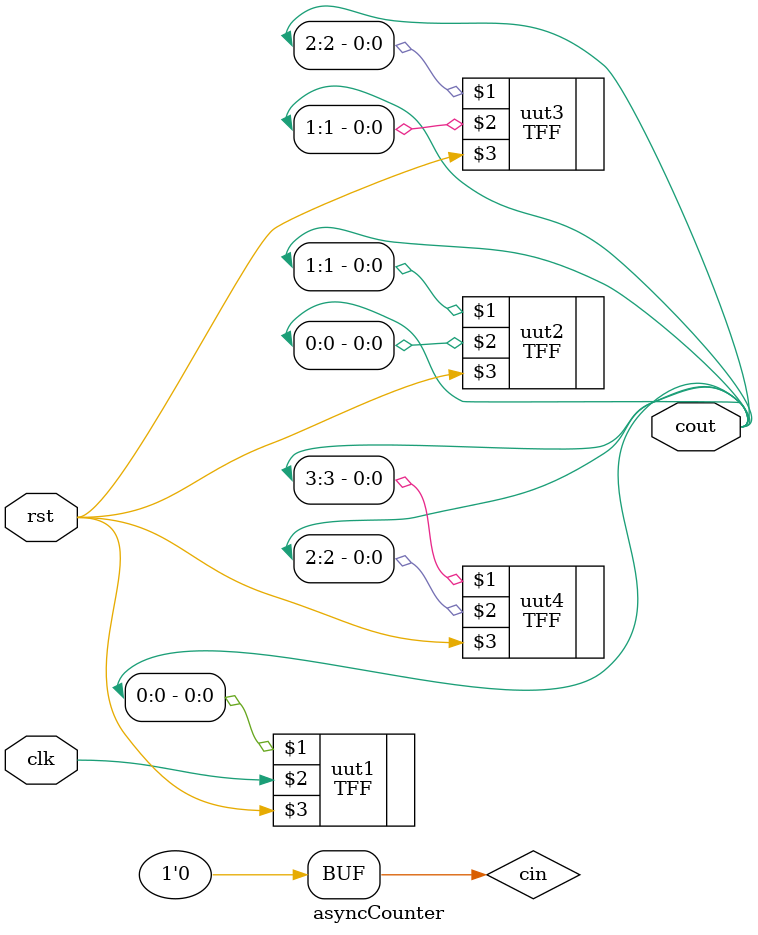
<source format=v>
`include "TFF.v"
module asyncCounter(clk,rst,cout);
    parameter SIZE = 4;
    input clk,rst;
    output [SIZE-1:0]cout ;
    wire cin = 1'b0;
    TFF uut1(cout[0],clk,rst);
    TFF uut2(cout[1],cout[0],rst);
    TFF uut3(cout[2],cout[1],rst);
    TFF uut4(cout[3],cout[2],rst);
    // generate
    //     genvar i;
    //     for(i=0;i<SIZE;i= i+1) begin
    //         if(i==0) begin
    //         TFF uut(cout[i],clk,rst);
    //         end else begin
    //             TFF uut2(cout[i],cout[i-1],rst);
    //         end
    //     end
    // endgenerate
endmodule
</source>
